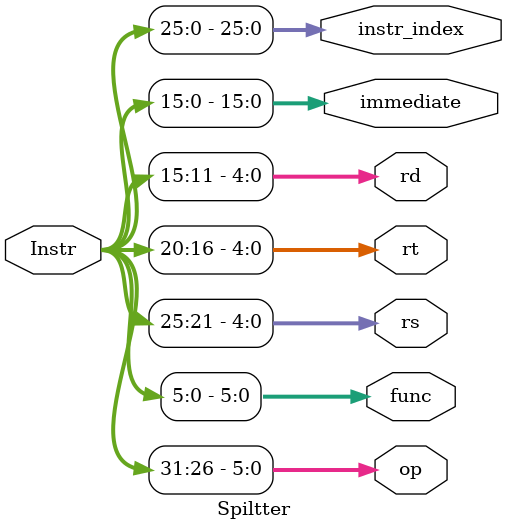
<source format=v>
`timescale 1ns / 1ps
module Spiltter(
    input [31:0] Instr,
    output [5:0] op,
    output [5:0] func,
    output [4:0] rs,
    output [4:0] rt,
    output [4:0] rd,
    output [15:0] immediate,
    output [25:0] instr_index
    );
	 
    assign op = Instr[31:26];
    assign func = Instr[5:0];
    assign rs = Instr[25:21];
    assign rt = Instr[20:16];
    assign rd = Instr[15:11];
    assign immediate = Instr[15:0];
    assign instr_index = Instr[25:0];

endmodule

</source>
